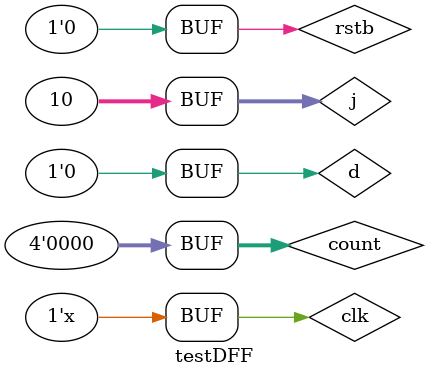
<source format=v>
module dff (input d, rstb, clk,
        output reg q);
       
        always @ (posedge clk) begin
            if (!rstb)
                q <= 0;
            else
                q <= d;
        end
endmodule

module testDFF;
    reg d, rstb, clk;
    wire q;
    integer j;
    reg [3:0] count;
   
    dff u1 ( .d(d), .rstb(rstb), .clk(clk), .q(q));
   
    initial begin
        d <= 0;
        rstb <= 0;
        clk <= 0;
        count = 0;
       
        $monitor ("d=%0b rstb=%0b clk=%0b q=%0b", d, rstb, clk, q);

        for (j = 0; j < 10; j = j + 1) begin
            #5 clk = ~clk;
            if (j % 4 == 0) begin
                d = 0;
                rstb = 0;
            end else if (j % 4 == 2) begin
                d = 1;
                rstb = 1;
            end
            #10;
        end
    end
   
endmodule
</source>
